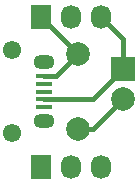
<source format=gbr>
G04 #@! TF.FileFunction,Copper,L1,Top,Signal*
%FSLAX46Y46*%
G04 Gerber Fmt 4.6, Leading zero omitted, Abs format (unit mm)*
G04 Created by KiCad (PCBNEW (2015-08-15 BZR 6092)-product) date 3/24/2016 2:34:01 PM*
%MOMM*%
G01*
G04 APERTURE LIST*
%ADD10C,0.100000*%
%ADD11R,2.000000X2.000000*%
%ADD12C,2.000000*%
%ADD13O,1.727200X2.032000*%
%ADD14R,1.727200X2.032000*%
%ADD15C,1.998980*%
%ADD16R,1.350000X0.400000*%
%ADD17O,1.778000X1.250000*%
%ADD18C,1.550000*%
%ADD19C,0.406400*%
G04 APERTURE END LIST*
D10*
D11*
X144145000Y-94615000D03*
D12*
X144145000Y-97155000D03*
D13*
X142240000Y-102870000D03*
X139700000Y-102870000D03*
D14*
X137160000Y-102870000D03*
X137160000Y-90170000D03*
D13*
X139700000Y-90170000D03*
X142240000Y-90170000D03*
D15*
X140335000Y-93345000D03*
X140335000Y-99695000D03*
D16*
X137452540Y-95219100D03*
X137452540Y-95869100D03*
X137452540Y-96519100D03*
X137452540Y-97169100D03*
X137452540Y-97819100D03*
D17*
X137452540Y-94019100D03*
X137452540Y-99019100D03*
D18*
X134752540Y-93019100D03*
X134752540Y-100019100D03*
D19*
X144145000Y-94615000D02*
X144145000Y-92075000D01*
X144145000Y-92075000D02*
X142240000Y-90170000D01*
X137452540Y-97169100D02*
X141590900Y-97169100D01*
X141590900Y-97169100D02*
X144145000Y-94615000D01*
X140335000Y-99695000D02*
X141605000Y-99695000D01*
X141605000Y-99695000D02*
X144145000Y-97155000D01*
X140335000Y-93345000D02*
X137160000Y-90170000D01*
X137452540Y-95219100D02*
X138460900Y-95219100D01*
X138460900Y-95219100D02*
X140335000Y-93345000D01*
M02*

</source>
